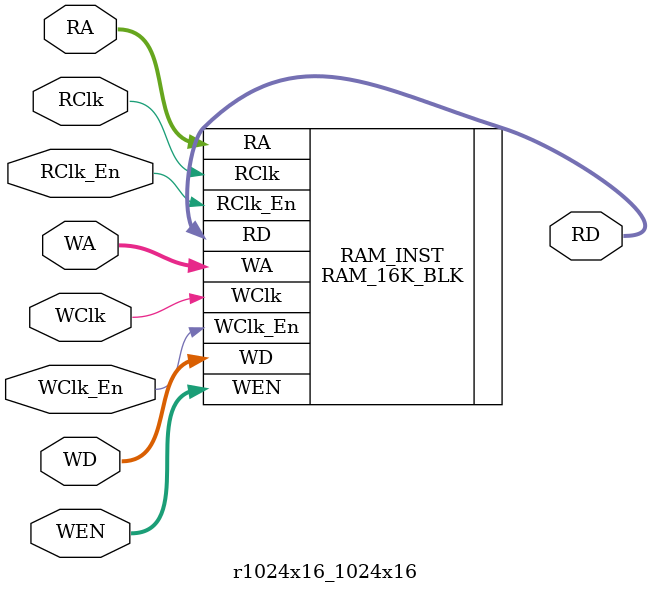
<source format=v>
module r1024x16_1024x16 (WA,RA,WD,WClk,RClk,WClk_En,RClk_En,WEN,RD);

input [9:0] WA;
input [9:0] RA;
input WClk,RClk;
input WClk_En,RClk_En;
input [1:0] WEN;
input [15:0] WD;
output [15:0] RD;

parameter [16383:0] INIT = 16384'b0;
parameter INIT_FILE="init_1024x16.hex";	

parameter addr_int = 10 ;
parameter data_depth_int = 1024;
parameter data_width_int = 16;
parameter wr_enable_int = 2;
parameter reg_rd_int = 0;


RAM_16K_BLK #(.addr_int(addr_int),.data_depth_int(data_depth_int),.data_width_int(data_width_int),.wr_enable_int(wr_enable_int),.reg_rd_int(reg_rd_int),
			  .INIT(INIT),.INIT_FILE(INIT_FILE)
			  )
RAM_INST (	.WA(WA),
			.RA(RA),
			.WD(WD),
			.WClk(WClk),
			.RClk(RClk),
			.WClk_En(WClk_En),
			.RClk_En(RClk_En),
			.WEN(WEN),
			.RD(RD)
			);
endmodule


</source>
